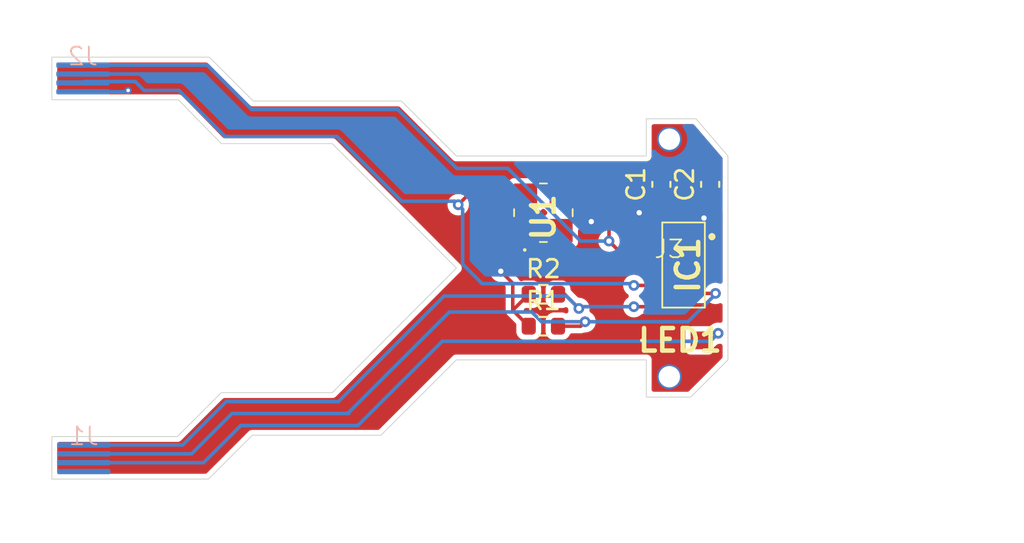
<source format=kicad_pcb>
(kicad_pcb (version 20240108) (generator "pcbnew") (generator_version "8.0")
  (layers (0 "F.Cu" signal) (31 "B.Cu" signal) (34 "B.Paste" user) (35 "F.Paste" user) (36 "B.SilkS" user "B.Silkscreen") (37 "F.SilkS" user "F.Silkscreen") (38 "B.Mask" user) (39 "F.Mask" user) (44 "Edge.Cuts" user))
  (net 0 "")
  (net 2 "/GPIO1")
  (net 3 "/SCL")
  (net 4 "GND")
  (net 5 "+3.3V")
  (net 6 "/SDA")
  (net 7 "/xShut")
  (net 9 "Net-(J1-Pin_3)")
  (footprint "MountingEquipment:small mounting holes" (layer "F.Cu") (at 171.8 79.45)
    (property "Reference" "J3" (at 0 -0.5 0) (layer "F.SilkS") (effects (font (thickness 0.1))))
    (property "Value" "mounting")
    (pad "1" thru_hole circle (at 0 -6.7) (size 1.4 1.4) (drill 1.2) (layers "*.Cu" "*.Mask") (net 4 "GND"))
    (pad "2" thru_hole circle (at 0 6.7) (size 1.4 1.4) (drill 1.2) (layers "*.Cu" "*.Mask") (net 4 "GND"))
  )
  (footprint "SamacSys_Parts:MS583702BA0150" (layer "F.Cu") (at 164.7 76.9 90)
    (property "Reference" "U1" (at -0.25 0 90) (layer "F.SilkS") (effects (font (size 1.27 1.27) (thickness 0.254))))
    (property "Value" "MS583702BA01-50" (hide yes))
    (fp_line (start -0.2 -1.65) (end 0.2 -1.65) (stroke (width 0.1)) (layer "F.SilkS"))
    (fp_line (start -2.1 -1.1) (end -2.1 -1.1) (stroke (width 0.1)) (layer "F.SilkS"))
    (fp_line (start -2.1 -1) (end -2.1 -1) (stroke (width 0.1)) (layer "F.SilkS"))
    (fp_line (start 1.65 -0.2) (end 1.65 0.2) (stroke (width 0.1)) (layer "F.SilkS"))
    (fp_line (start -1.65 -0.2) (end -1.65 0.2) (stroke (width 0.1)) (layer "F.SilkS"))
    (fp_line (start -0.2 1.65) (end 0.2 1.65) (stroke (width 0.1)) (layer "F.SilkS"))
    (fp_arc (start -2.1 -1.1) (mid -2.05 -1.05) (end -2.1 -1) (stroke (width 0.1)) (layer "F.SilkS"))
    (fp_arc (start -2.1 -1) (mid -2.15 -1.05) (end -2.1 -1.1) (stroke (width 0.1)) (layer "F.SilkS"))
    (pad "1" smd rect (at -1 -1 180) (size 1.3 1.3) (layers "F.Cu" "F.Paste" "F.Mask") (net 4 "GND"))
    (pad "2" smd rect (at -1 1 180) (size 1.3 1.3) (layers "F.Cu" "F.Paste" "F.Mask") (net 5 "+3.3V"))
    (pad "3" smd rect (at 1 1 180) (size 1.3 1.3) (layers "F.Cu" "F.Paste" "F.Mask") (net 3 "/SCL"))
    (pad "4" smd rect (at 1 -1 180) (size 1.3 1.3) (layers "F.Cu" "F.Paste" "F.Mask") (net 6 "/SDA"))
  )
  (footprint "Resistor_SMD:R_0603_1608Metric" (layer "F.Cu") (at 164.7 83.3)
    (property "Reference" "R1" (at 0 -1.43 0) (layer "F.SilkS"))
    (property "Value" "10k")
    (fp_line (start -0.237258 -0.5225) (end 0.237258 -0.5225) (stroke (width 0.12)) (layer "F.SilkS"))
    (fp_line (start -0.237258 0.5225) (end 0.237258 0.5225) (stroke (width 0.12)) (layer "F.SilkS"))
    (pad "1" smd roundrect (at -0.825 0) (size 0.8 0.95) (layers "F.Cu" "F.Paste" "F.Mask") (net 5 "+3.3V"))
    (pad "2" smd roundrect (at 0.825 0) (size 0.8 0.95) (layers "F.Cu" "F.Paste" "F.Mask") (net 7 "/xShut"))
  )
  (footprint "Capacitor_SMD:C_0603_1608Metric" (layer "F.Cu") (at 174.1 75.3 90)
    (property "Reference" "C2" (at -0.000001 -1.429999 -90) (layer "F.SilkS"))
    (property "Value" "100nf")
    (fp_line (start -0.140581 -0.509999) (end 0.140581 -0.51) (stroke (width 0.12)) (layer "F.SilkS"))
    (fp_line (start -0.140581 0.51) (end 0.140581 0.509999) (stroke (width 0.12)) (layer "F.SilkS"))
    (pad "1" smd roundrect (at -0.775001 0 90) (size 0.9 0.95) (layers "F.Cu" "F.Paste" "F.Mask") (net 5 "+3.3V"))
    (pad "2" smd roundrect (at 0.775001 0 90) (size 0.9 0.95) (layers "F.Cu" "F.Paste" "F.Mask") (net 4 "GND"))
  )
  (footprint "SamacSys_Parts:158301260A" (layer "F.Cu") (at 172.4 84.1)
    (property "Reference" "LED1" (at 0 0 0) (layer "F.SilkS") (effects (font (size 1.27 1.27) (thickness 0.254))))
    (property "Value" "158301260A" (hide yes))
    (fp_line (start -2.2 0) (end -2.2 0) (stroke (width 0.1)) (layer "F.SilkS"))
    (fp_line (start -2.1 0) (end -2.1 0) (stroke (width 0.1)) (layer "F.SilkS"))
    (fp_arc (start -2.2 0) (mid -2.15 -0.05) (end -2.1 0) (stroke (width 0.1)) (layer "F.SilkS"))
    (fp_arc (start -2.1 0) (mid -2.15 0.05) (end -2.2 0) (stroke (width 0.1)) (layer "F.SilkS"))
    (pad "1" smd rect (at -0.7 0 90) (size 1 1.8) (layers "F.Cu" "F.Paste" "F.Mask") (net 4 "GND"))
    (pad "2" smd rect (at 1.1 0) (size 1 1) (layers "F.Cu" "F.Paste" "F.Mask") (net 9 "Net-(J1-Pin_3)"))
  )
  (footprint "Capacitor_SMD:C_0603_1608Metric" (layer "F.Cu") (at 171.35 75.3 90)
    (property "Reference" "C1" (at -0.000001 -1.429999 -90) (layer "F.SilkS"))
    (property "Value" "4.7μF")
    (fp_line (start -0.140581 -0.509999) (end 0.140581 -0.51) (stroke (width 0.12)) (layer "F.SilkS"))
    (fp_line (start -0.140581 0.51) (end 0.140581 0.509999) (stroke (width 0.12)) (layer "F.SilkS"))
    (pad "1" smd roundrect (at -0.775001 0 90) (size 0.9 0.95) (layers "F.Cu" "F.Paste" "F.Mask") (net 5 "+3.3V"))
    (pad "2" smd roundrect (at 0.775001 0 90) (size 0.9 0.95) (layers "F.Cu" "F.Paste" "F.Mask") (net 4 "GND"))
  )
  (footprint "SamacSys_Parts:VL53L1CXV0FY1" (layer "F.Cu") (at 172.6 79.85 -90)
    (property "Reference" "IC1" (at 0.000001 -0.249999 90) (layer "F.SilkS") (effects (font (size 1.27 1.27) (thickness 0.254))))
    (property "Value" "VL53L1CXV0FY_1" (hide yes))
    (fp_line (start -2.400001 1.200001) (end -2.400002 -1.200001) (stroke (width 0.1)) (layer "F.SilkS"))
    (fp_line (start 2.400002 1.200001) (end -2.400001 1.200001) (stroke (width 0.1)) (layer "F.SilkS"))
    (fp_line (start -2.400002 -1.200001) (end 2.400001 -1.200001) (stroke (width 0.1)) (layer "F.SilkS"))
    (fp_line (start 2.400001 -1.200001) (end 2.400002 1.200001) (stroke (width 0.1)) (layer "F.SilkS"))
    (fp_line (start -1.699999 -1.599998) (end -1.699999 -1.599998) (stroke (width 0.2)) (layer "F.SilkS"))
    (fp_line (start -1.5 -1.6) (end -1.5 -1.6) (stroke (width 0.2)) (layer "F.SilkS"))
    (fp_arc (start -1.699999 -1.599998) (mid -1.600001 -1.699999) (end -1.5 -1.6) (stroke (width 0.2)) (layer "F.SilkS"))
    (fp_arc (start -1.5 -1.6) (mid -1.599999 -1.5) (end -1.699999 -1.599998) (stroke (width 0.2)) (layer "F.SilkS"))
    (pad "1" smd rect (at -1.600001 -0.800003) (size 0.5 0.5) (layers "F.Cu" "F.Paste" "F.Mask") (net 5 "+3.3V"))
    (pad "2" smd rect (at -0.8 -0.8) (size 0.5 0.5) (layers "F.Cu" "F.Paste" "F.Mask") (net 4 "GND"))
    (pad "3" smd rect (at 0 -0.8) (size 0.5 0.5) (layers "F.Cu" "F.Paste" "F.Mask") (net 4 "GND"))
    (pad "4" smd rect (at 0.8 -0.8) (size 0.5 0.5) (layers "F.Cu" "F.Paste" "F.Mask") (net 4 "GND"))
    (pad "5" smd rect (at 1.6 -0.8) (size 0.5 0.5) (layers "F.Cu" "F.Paste" "F.Mask") (net 7 "/xShut"))
    (pad "6" smd rect (at 1.599999 0.000003) (size 0.5 0.5) (layers "F.Cu" "F.Paste" "F.Mask") (net 4 "GND"))
    (pad "7" smd rect (at 1.600001 0.800003) (size 0.5 0.5) (layers "F.Cu" "F.Paste" "F.Mask") (net 2 "/GPIO1"))
    (pad "8" smd rect (at 0.8 0.8) (size 0.5 0.5) (layers "F.Cu" "F.Paste" "F.Mask"))
    (pad "9" smd rect (at 0 0.8) (size 0.5 0.5) (layers "F.Cu" "F.Paste" "F.Mask") (net 6 "/SDA"))
    (pad "10" smd rect (at -0.8 0.8) (size 0.5 0.5) (layers "F.Cu" "F.Paste" "F.Mask") (net 3 "/SCL"))
    (pad "11" smd rect (at -1.6 0.8) (size 0.5 0.5) (layers "F.Cu" "F.Paste" "F.Mask") (net 5 "+3.3V"))
    (pad "12" smd rect (at -1.599999 -0.000003) (size 0.5 0.5) (layers "F.Cu" "F.Paste" "F.Mask") (net 4 "GND"))
  )
  (footprint "Resistor_SMD:R_0603_1608Metric" (layer "F.Cu") (at 164.7 81.5)
    (property "Reference" "R2" (at 0 -1.43 0) (layer "F.SilkS"))
    (property "Value" "10k")
    (fp_line (start -0.237258 -0.5225) (end 0.237258 -0.5225) (stroke (width 0.12)) (layer "F.SilkS"))
    (fp_line (start -0.237258 0.5225) (end 0.237258 0.5225) (stroke (width 0.12)) (layer "F.SilkS"))
    (pad "1" smd roundrect (at -0.825 0) (size 0.8 0.95) (layers "F.Cu" "F.Paste" "F.Mask") (net 5 "+3.3V"))
    (pad "2" smd roundrect (at 0.825 0) (size 0.8 0.95) (layers "F.Cu" "F.Paste" "F.Mask") (net 2 "/GPIO1"))
  )
  (footprint "fpc fcc conn:4pos fpc conn" (layer "B.Cu") (at 138.75 68.575 180)
    (property "Reference" "J2" (at 0 0.5 0) (layer "B.SilkS") (effects (font (thickness 0.1)) (justify mirror)))
    (property "Value" "Conn_01x04")
    (pad "1" smd roundrect (at 0 0 180) (size 3 0.3) (layers "B.Cu" "B.Paste" "B.Mask") (net 3 "/SCL"))
    (pad "2" smd roundrect (at 0 -0.5 180) (size 3 0.3) (layers "B.Cu" "B.Paste" "B.Mask") (net 5 "+3.3V"))
    (pad "3" smd roundrect (at 0 -1 180) (size 3 0.3) (layers "B.Cu" "B.Paste" "B.Mask") (net 6 "/SDA"))
    (pad "4" smd roundrect (at 0 -1.5 180) (size 3 0.3) (layers "B.Cu" "B.Paste" "B.Mask") (net 4 "GND"))
  )
  (footprint "fpc fcc conn:4pos fpc conn" (layer "B.Cu") (at 138.8 90 180)
    (property "Reference" "J1" (at 0 0.5 0) (layer "B.SilkS") (effects (font (thickness 0.1)) (justify mirror)))
    (property "Value" "Conn_01x04")
    (pad "1" smd roundrect (at 0 0 180) (size 3 0.3) (layers "B.Cu" "B.Paste" "B.Mask") (net 2 "/GPIO1"))
    (pad "2" smd roundrect (at 0 -0.5 180) (size 3 0.3) (layers "B.Cu" "B.Paste" "B.Mask") (net 7 "/xShut"))
    (pad "3" smd roundrect (at 0 -1 180) (size 3 0.3) (layers "B.Cu" "B.Paste" "B.Mask") (net 9 "Net-(J1-Pin_3)"))
    (pad "4" smd roundrect (at 0 -1.5 180) (size 3 0.3) (layers "B.Cu" "B.Paste" "B.Mask"))
  )
  (gr_poly (pts (xy 148.35 70.6) (xy 145.875 68.125) (xy 137 68.125) (xy 137 70.525) (xy 144.125 70.525) (xy 146.55 73) (xy 152.8 73) (xy 159.8 80.025) (xy 152.8 87.05) (xy 146.55 87.05) (xy 144.075 89.525) (xy 137 89.525) (xy 137 91.925) (xy 145.825 91.925) (xy 148.3 89.45) (xy 155.55 89.45) (xy 159.8 85.2) (xy 170.5 85.2) (xy 170.5 87.3) (xy 173 87.3) (xy 175.1 85.2) (xy 175.1 73.7) (xy 173.3 71.6) (xy 170.5 71.6) (xy 170.5 73.7) (xy 159.8 73.7) (xy 156.7 70.6)) (stroke (width 0.05)) (fill none) (layer "Edge.Cuts"))
  (segment (start 166.7 82.3) (end 165.9 81.5) (width 0.2) (layer "F.Cu") (net 2))
  (segment (start 165.9 81.5) (end 165.525 81.5) (width 0.2) (layer "F.Cu") (net 2))
  (segment (start 169.8 82.2) (end 171.049998 82.2) (width 0.2) (layer "F.Cu") (net 2))
  (segment (start 171.049998 82.2) (end 171.799997 81.450001) (width 0.2) (layer "F.Cu") (net 2))
  (via (at 169.8 82.2) (size 0.6) (drill 0.3) (layers "F.Cu" "B.Cu") (net 2))
  (via (at 166.7 82.3) (size 0.6) (drill 0.3) (layers "F.Cu" "B.Cu") (net 2))
  (segment (start 166.8 82.2) (end 166.7 82.3) (width 0.2) (layer "B.Cu") (net 2))
  (segment (start 169.8 82.2) (end 166.8 82.2) (width 0.2) (layer "B.Cu") (net 2))
  (segment (start 146.825 87.55) (end 153.15 87.55) (width 0.2) (layer "B.Cu") (net 2))
  (segment (start 166.7 82.3) (end 166 81.6) (width 0.2) (layer "B.Cu") (net 2))
  (segment (start 138.8 90) (end 144.375 90) (width 0.2) (layer "B.Cu") (net 2))
  (segment (start 159.1 81.6) (end 166 81.6) (width 0.2) (layer "B.Cu") (net 2))
  (segment (start 153.15 87.55) (end 159.1 81.6) (width 0.2) (layer "B.Cu") (net 2))
  (segment (start 144.375 90) (end 146.825 87.55) (width 0.2) (layer "B.Cu") (net 2))
  (segment (start 169.6 79.7) (end 171.15 79.7) (width 0.2) (layer "F.Cu") (net 3))
  (segment (start 168.4 78.5) (end 169.6 79.7) (width 0.2) (layer "F.Cu") (net 3))
  (segment (start 167.6 75.9) (end 165.7 75.9) (width 0.2) (layer "F.Cu") (net 3))
  (segment (start 168.4 76.7) (end 167.6 75.9) (width 0.2) (layer "F.Cu") (net 3))
  (segment (start 168.4 78.5) (end 168.4 76.7) (width 0.2) (layer "F.Cu") (net 3))
  (segment (start 171.15 79.7) (end 171.8 79.05) (width 0.2) (layer "F.Cu") (net 3))
  (via (at 168.4 78.5) (size 0.6) (drill 0.3) (layers "F.Cu" "B.Cu") (net 3))
  (segment (start 138.75 68.575) (end 145.759314 68.575) (width 0.2) (layer "B.Cu") (net 3))
  (segment (start 148.259314 71.075) (end 156.5 71.075) (width 0.2) (layer "B.Cu") (net 3))
  (segment (start 159.825 74.4) (end 162.7 74.4) (width 0.2) (layer "B.Cu") (net 3))
  (segment (start 166.8 78.5) (end 168.4 78.5) (width 0.2) (layer "B.Cu") (net 3))
  (segment (start 145.759314 68.575) (end 148.259314 71.075) (width 0.2) (layer "B.Cu") (net 3))
  (segment (start 156.5 71.075) (end 159.825 74.4) (width 0.2) (layer "B.Cu") (net 3))
  (segment (start 162.7 74.4) (end 166.8 78.5) (width 0.2) (layer "B.Cu") (net 3))
  (via (at 141.3 70) (size 0.4) (drill 0.2) (layers "F.Cu" "B.Cu") (net 4))
  (segment (start 138.75 70.075) (end 141.225 70.075) (width 0.2) (layer "B.Cu") (net 4))
  (segment (start 141.225 70.075) (end 141.3 70) (width 0.2) (layer "B.Cu") (net 4))
  (segment (start 166.2 77.4) (end 165.7 77.9) (width 0.2) (layer "F.Cu") (net 5))
  (segment (start 171.35 76.075001) (end 171.8 76.525001) (width 0.2) (layer "F.Cu") (net 5))
  (segment (start 162.975 82.4) (end 163.875 81.5) (width 0.2) (layer "F.Cu") (net 5))
  (segment (start 173.4 78.249996) (end 173.400003 78.249999) (width 0.2) (layer "F.Cu") (net 5))
  (segment (start 170.85 78.25) (end 171.8 78.25) (width 0.2) (layer "F.Cu") (net 5))
  (segment (start 170.1 77.5) (end 170.85 78.25) (width 0.2) (layer "F.Cu") (net 5))
  (segment (start 162.975 82.4) (end 163.875 83.3) (width 0.2) (layer "F.Cu") (net 5))
  (segment (start 173.4 77.55) (end 173.4 78.249996) (width 0.2) (layer "F.Cu") (net 5))
  (segment (start 171.8 76.525001) (end 171.8 78.25) (width 0.2) (layer "F.Cu") (net 5))
  (segment (start 162.3 80.2) (end 162.975 80.875) (width 0.2) (layer "F.Cu") (net 5))
  (segment (start 170.525001 76.9) (end 171.35 76.075001) (width 0.2) (layer "F.Cu") (net 5))
  (segment (start 173.75 77.2) (end 174.1 76.85) (width 0.2) (layer "F.Cu") (net 5))
  (segment (start 170.1 76.9) (end 170.525001 76.9) (width 0.2) (layer "F.Cu") (net 5))
  (segment (start 170.1 76.9) (end 170.1 77.5) (width 0.2) (layer "F.Cu") (net 5))
  (segment (start 173.75 77.2) (end 173.4 77.55) (width 0.2) (layer "F.Cu") (net 5))
  (segment (start 167.4 77.4) (end 166.2 77.4) (width 0.2) (layer "F.Cu") (net 5))
  (segment (start 174.1 76.85) (end 174.1 76.075001) (width 0.2) (layer "F.Cu") (net 5))
  (segment (start 162.975 80.875) (end 162.975 82.4) (width 0.2) (layer "F.Cu") (net 5))
  (via (at 162.3 80.2) (size 0.6) (drill 0.3) (layers "F.Cu" "B.Cu") (net 5))
  (via (at 173.75 77.2) (size 0.6) (drill 0.3) (layers "F.Cu" "B.Cu") (net 5))
  (via (at 170.1 76.9) (size 0.6) (drill 0.3) (layers "F.Cu" "B.Cu") (net 5))
  (via (at 167.4 77.4) (size 0.6) (drill 0.3) (layers "F.Cu" "B.Cu") (net 5))
  (segment (start 142.1 69.075) (end 142.125 69.1) (width 0.2) (layer "B.Cu") (net 5))
  (segment (start 140.95 69.075) (end 142.1 69.075) (width 0.2) (layer "B.Cu") (net 5))
  (segment (start 138.75 69.075) (end 140.95 69.075) (width 0.2) (layer "B.Cu") (net 5))
  (segment (start 170.65 81) (end 171.8 79.85) (width 0.2) (layer "F.Cu") (net 6))
  (segment (start 159.9 76.45) (end 160.45 75.9) (width 0.2) (layer "F.Cu") (net 6))
  (segment (start 169.8 81) (end 170.65 81) (width 0.2) (layer "F.Cu") (net 6))
  (segment (start 160.45 75.9) (end 163.7 75.9) (width 0.2) (layer "F.Cu") (net 6))
  (via (at 159.9 76.45) (size 0.6) (drill 0.3) (layers "F.Cu" "B.Cu") (net 6))
  (via (at 169.8 81) (size 0.6) (drill 0.3) (layers "F.Cu" "B.Cu") (net 6))
  (segment (start 159.7 76.25) (end 156.718121 76.25) (width 0.2) (layer "B.Cu") (net 6))
  (segment (start 153.068121 72.6) (end 156.718121 76.25) (width 0.2) (layer "B.Cu") (net 6))
  (segment (start 142.2 70) (end 144.165685 70) (width 0.2) (layer "B.Cu") (net 6))
  (segment (start 169.7 80.9) (end 169.8 81) (width 0.2) (layer "B.Cu") (net 6))
  (segment (start 146.75 72.584315) (end 146.75 72.6) (width 0.2) (layer "B.Cu") (net 6))
  (segment (start 138.75 69.575) (end 138.825 69.5) (width 0.2) (layer "B.Cu") (net 6))
  (segment (start 146.75 72.6) (end 153.068121 72.6) (width 0.2) (layer "B.Cu") (net 6))
  (segment (start 160.15 79.8) (end 161.25 80.9) (width 0.2) (layer "B.Cu") (net 6))
  (segment (start 142.2 70) (end 141.7 69.5) (width 0.2) (layer "B.Cu") (net 6))
  (segment (start 160.15 76.7) (end 160.15 79.8) (width 0.2) (layer "B.Cu") (net 6))
  (segment (start 159.9 76.45) (end 159.7 76.25) (width 0.2) (layer "B.Cu") (net 6))
  (segment (start 161.25 80.9) (end 169.7 80.9) (width 0.2) (layer "B.Cu") (net 6))
  (segment (start 138.825 69.5) (end 141.7 69.5) (width 0.2) (layer "B.Cu") (net 6))
  (segment (start 144.165685 70) (end 146.75 72.584315) (width 0.2) (layer "B.Cu") (net 6))
  (segment (start 159.9 76.45) (end 160.15 76.7) (width 0.2) (layer "B.Cu") (net 6))
  (segment (start 166.8 83.3) (end 165.525 83.3) (width 0.2) (layer "F.Cu") (net 7))
  (segment (start 174.4 81.45) (end 173.4 81.45) (width 0.2) (layer "F.Cu") (net 7))
  (segment (start 167.05 83.05) (end 166.8 83.3) (width 0.2) (layer "F.Cu") (net 7))
  (via (at 174.4 81.45) (size 0.6) (drill 0.3) (layers "F.Cu" "B.Cu") (net 7))
  (via (at 167.05 83.05) (size 0.6) (drill 0.3) (layers "F.Cu" "B.Cu") (net 7))
  (segment (start 164.05 82.5) (end 159.4 82.5) (width 0.2) (layer "B.Cu") (net 7))
  (segment (start 153.725 88.175) (end 153.725 88.225) (width 0.2) (layer "B.Cu") (net 7))
  (segment (start 174.4 81.5) (end 174.4 81.45) (width 0.2) (layer "B.Cu") (net 7))
  (segment (start 147.15 88.225) (end 144.875 90.5) (width 0.2) (layer "B.Cu") (net 7))
  (segment (start 153.725 88.225) (end 147.15 88.225) (width 0.2) (layer "B.Cu") (net 7))
  (segment (start 164.6 83.05) (end 164.05 82.5) (width 0.2) (layer "B.Cu") (net 7))
  (segment (start 167.05 83.05) (end 172.85 83.05) (width 0.2) (layer "B.Cu") (net 7))
  (segment (start 144.875 90.5) (end 138.8 90.5) (width 0.2) (layer "B.Cu") (net 7))
  (segment (start 159.4 82.5) (end 153.725 88.175) (width 0.2) (layer "B.Cu") (net 7))
  (segment (start 172.85 83.05) (end 174.4 81.5) (width 0.2) (layer "B.Cu") (net 7))
  (segment (start 167.05 83.05) (end 164.6 83.05) (width 0.2) (layer "B.Cu") (net 7))
  (segment (start 174.55 83.7) (end 174.149998 84.100002) (width 0.2) (layer "F.Cu") (net 9))
  (segment (start 174.149998 84.100002) (end 173.499999 84.100002) (width 0.2) (layer "F.Cu") (net 9))
  (via (at 174.55 83.7) (size 0.6) (drill 0.3) (layers "F.Cu" "B.Cu") (net 9))
  (segment (start 174.55 83.7) (end 174.1 84.15) (width 0.2) (layer "B.Cu") (net 9))
  (segment (start 147.65 88.9) (end 154.25 88.9) (width 0.2) (layer "B.Cu") (net 9))
  (segment (start 145.55 91) (end 147.65 88.9) (width 0.2) (layer "B.Cu") (net 9))
  (segment (start 138.8 91) (end 145.55 91) (width 0.2) (layer "B.Cu") (net 9))
  (segment (start 154.25 88.9) (end 159 84.15) (width 0.2) (layer "B.Cu") (net 9))
  (segment (start 174.1 84.15) (end 159 84.15) (width 0.2) (layer "B.Cu") (net 9))
  (zone (net 4) (net_name "GND") (layer "F.Cu") (connect_pads yes (clearance 0.3)) (min_thickness 0.25) (fill yes (thermal_gap 0.5) (thermal_bridge_width 0.5))
    (polygon (pts (xy 191.4 65.5) (xy 134.6 64.9) (xy 134.6 94.9) (xy 191.4 95.5)))
  )
  (zone (net 5) (net_name "+3.3V") (layer "B.Cu") (priority 1) (connect_pads (clearance 0.3)) (min_thickness 0.25) (fill yes (thermal_gap 0.5) (thermal_bridge_width 0.5))
    (polygon (pts (xy 136.5 67.9) (xy 136.6 86.8) (xy 191.8 87) (xy 191.8 68.2)))
  )
)
</source>
